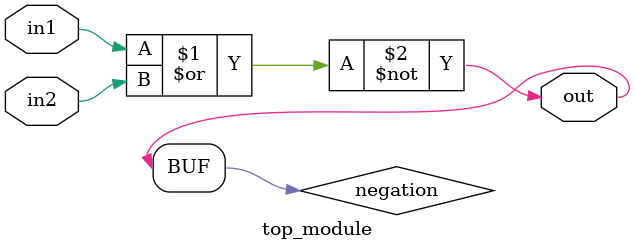
<source format=sv>
module top_module (
    input in1,
    input in2,
    output logic out
);
    
    // Declare negation signal
    logic negation;
    
    // Assign negation signal the negation of logical OR of in1 and in2
    assign negation = ~(in1 | in2);
    
    // Assign out as the negation signal
    assign out = negation;

endmodule

</source>
